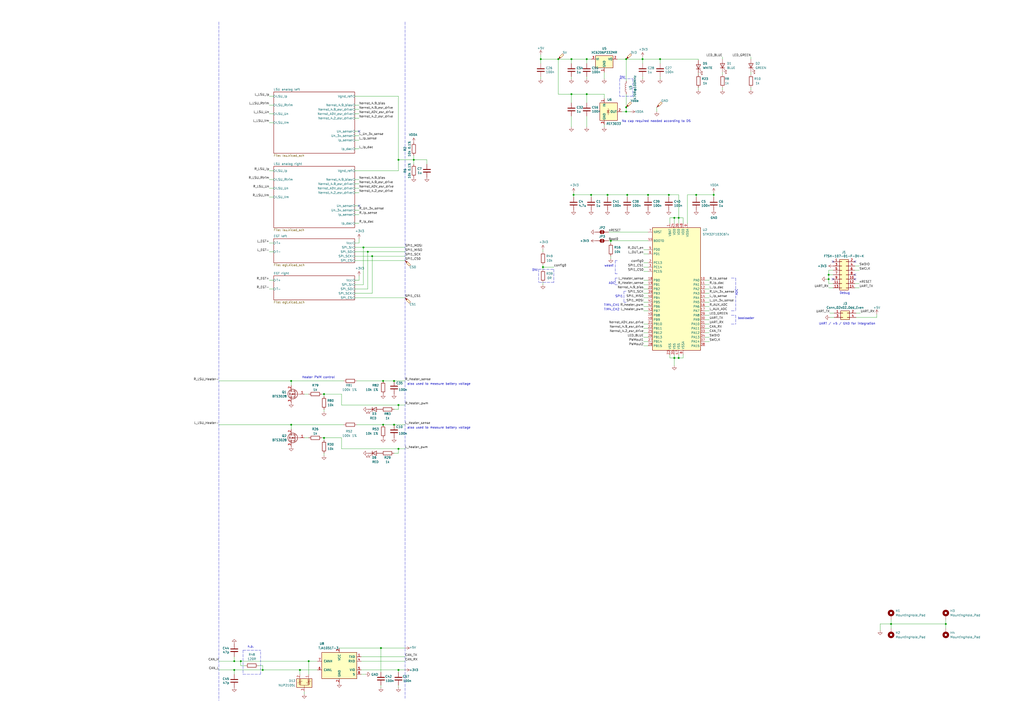
<source format=kicad_sch>
(kicad_sch (version 20211123) (generator eeschema)
  (paper "A2")
  (junction (at 314.96 154.94))
  (junction (at 222.25 246.38))
  (junction (at 414.02 113.03))
  (junction (at 213.36 146.05))
  (junction (at 363.855 113.03))
  (junction (at 139.7 383.54))
  (junction (at 352.425 113.03))
  (junction (at 323.85 34.29))
  (junction (at 168.91 246.38))
  (junction (at 342.9 113.03))
  (junction (at 231.14 388.62))
  (junction (at 516.89 361.95))
  (junction (at 231.14 260.35))
  (junction (at 228.6 220.98))
  (junction (at 372.745 34.29))
  (junction (at 403.86 113.03))
  (junction (at 331.47 54.61))
  (junction (at 135.89 383.54))
  (junction (at 480.695 159.385))
  (junction (at 391.16 207.645))
  (junction (at 363.22 64.77))
  (junction (at 222.25 220.98))
  (junction (at 231.14 92.71))
  (junction (at 391.16 126.365))
  (junction (at 548.64 361.95))
  (junction (at 340.36 54.61))
  (junction (at 354.33 139.7))
  (junction (at 210.82 143.51))
  (junction (at 173.99 388.62))
  (junction (at 332.74 113.03))
  (junction (at 393.7 126.365))
  (junction (at 220.98 375.92))
  (junction (at 152.4 388.62))
  (junction (at 135.89 388.62))
  (junction (at 363.22 34.29))
  (junction (at 363.22 62.23))
  (junction (at 187.96 254))
  (junction (at 231.14 234.95))
  (junction (at 393.7 207.645))
  (junction (at 331.47 34.29))
  (junction (at 168.91 220.98))
  (junction (at 215.9 148.59))
  (junction (at 382.905 34.29))
  (junction (at 240.03 92.71))
  (junction (at 179.07 383.54))
  (junction (at 387.985 113.03))
  (junction (at 313.69 34.29))
  (junction (at 187.96 228.6))
  (junction (at 340.36 34.29))
  (junction (at 480.695 161.925))
  (junction (at 375.92 113.03))
  (junction (at 228.6 246.38))
  (no_connect (at 495.935 161.925))
  (no_connect (at 483.235 161.925))
  (no_connect (at 483.235 151.765))
  (no_connect (at 495.935 151.765))
  (no_connect (at 208.28 76.2))
  (no_connect (at 208.28 119.38))
  (no_connect (at 495.935 159.385))
  (wire (pts (xy 391.16 207.645) (xy 391.16 205.74)))
  (wire (pts (xy 205.74 66.04) (xy 208.28 66.04)))
  (wire (pts (xy 382.905 34.29) (xy 382.905 36.83)))
  (wire (pts (xy 373.38 154.94) (xy 375.92 154.94)))
  (wire (pts (xy 332.74 111.76) (xy 332.74 113.03)))
  (wire (pts (xy 209.55 391.16) (xy 212.09 391.16)))
  (wire (pts (xy 403.86 114.3) (xy 403.86 113.03)))
  (wire (pts (xy 331.47 73.66) (xy 331.47 67.31)))
  (polyline (pts (xy 234.95 12.7) (xy 234.95 405.13)))
  (wire (pts (xy 209.55 383.54) (xy 234.95 383.54)))
  (polyline (pts (xy 356.87 162.56) (xy 356.87 161.29)))
  (wire (pts (xy 516.89 361.95) (xy 516.89 364.49)))
  (wire (pts (xy 234.95 381) (xy 209.55 381)))
  (wire (pts (xy 205.74 162.56) (xy 208.28 162.56)))
  (wire (pts (xy 408.94 165.1) (xy 411.48 165.1)))
  (wire (pts (xy 388.62 129.54) (xy 388.62 126.365)))
  (wire (pts (xy 198.12 234.95) (xy 198.12 228.6)))
  (wire (pts (xy 207.01 246.38) (xy 222.25 246.38)))
  (wire (pts (xy 231.14 388.62) (xy 234.95 388.62)))
  (wire (pts (xy 435.61 52.07) (xy 435.61 50.8)))
  (wire (pts (xy 363.855 113.03) (xy 375.92 113.03)))
  (wire (pts (xy 387.985 113.03) (xy 387.985 114.3)))
  (wire (pts (xy 405.13 50.8) (xy 405.13 52.07)))
  (polyline (pts (xy 151.13 391.16) (xy 151.13 377.19)))
  (wire (pts (xy 205.74 63.5) (xy 208.28 63.5)))
  (wire (pts (xy 231.14 397.51) (xy 231.14 398.78)))
  (wire (pts (xy 508.635 184.15) (xy 508.635 182.245)))
  (wire (pts (xy 363.855 113.03) (xy 363.855 114.3)))
  (wire (pts (xy 156.21 167.64) (xy 158.75 167.64)))
  (wire (pts (xy 375.92 172.72) (xy 373.38 172.72)))
  (wire (pts (xy 205.74 172.72) (xy 234.95 172.72)))
  (polyline (pts (xy 367.03 45.72) (xy 367.03 55.88)))
  (wire (pts (xy 187.96 238.76) (xy 187.96 237.49)))
  (wire (pts (xy 156.21 109.22) (xy 158.75 109.22)))
  (wire (pts (xy 479.425 161.925) (xy 480.695 161.925)))
  (polyline (pts (xy 356.87 158.75) (xy 358.14 158.75)))
  (wire (pts (xy 373.38 157.48) (xy 375.92 157.48)))
  (wire (pts (xy 314.96 144.78) (xy 314.96 146.05)))
  (wire (pts (xy 408.94 167.64) (xy 411.48 167.64)))
  (wire (pts (xy 408.94 193.04) (xy 411.48 193.04)))
  (wire (pts (xy 168.91 246.38) (xy 199.39 246.38)))
  (wire (pts (xy 435.61 43.18) (xy 435.61 41.91)))
  (wire (pts (xy 354.33 149.86) (xy 354.33 148.59)))
  (wire (pts (xy 314.96 156.21) (xy 314.96 154.94)))
  (wire (pts (xy 498.475 156.845) (xy 495.935 156.845)))
  (wire (pts (xy 168.91 220.98) (xy 168.91 223.52)))
  (polyline (pts (xy 127 12.7) (xy 127 406.4)))
  (wire (pts (xy 139.7 383.54) (xy 179.07 383.54)))
  (wire (pts (xy 373.38 190.5) (xy 375.92 190.5)))
  (wire (pts (xy 179.07 383.54) (xy 184.15 383.54)))
  (wire (pts (xy 222.25 246.38) (xy 228.6 246.38)))
  (wire (pts (xy 205.74 81.28) (xy 208.28 81.28)))
  (polyline (pts (xy 356.87 165.1) (xy 358.14 165.1)))
  (wire (pts (xy 156.21 114.3) (xy 158.75 114.3)))
  (wire (pts (xy 408.94 195.58) (xy 411.48 195.58)))
  (wire (pts (xy 373.38 180.34) (xy 375.92 180.34)))
  (wire (pts (xy 372.745 45.72) (xy 372.745 44.45)))
  (wire (pts (xy 205.74 148.59) (xy 215.9 148.59)))
  (wire (pts (xy 398.78 113.03) (xy 398.78 129.54)))
  (wire (pts (xy 340.36 54.61) (xy 340.36 59.69)))
  (wire (pts (xy 323.85 54.61) (xy 323.85 34.29)))
  (wire (pts (xy 156.21 55.88) (xy 158.75 55.88)))
  (wire (pts (xy 208.28 162.56) (xy 208.28 160.02)))
  (wire (pts (xy 363.22 54.61) (xy 363.22 62.23)))
  (wire (pts (xy 414.02 111.76) (xy 414.02 113.03)))
  (wire (pts (xy 205.74 106.68) (xy 208.28 106.68)))
  (wire (pts (xy 391.16 212.09) (xy 391.16 207.645)))
  (wire (pts (xy 186.69 254) (xy 187.96 254)))
  (wire (pts (xy 210.82 143.51) (xy 234.95 143.51)))
  (wire (pts (xy 205.74 146.05) (xy 213.36 146.05)))
  (wire (pts (xy 231.14 92.71) (xy 231.14 55.88)))
  (wire (pts (xy 373.38 200.66) (xy 375.92 200.66)))
  (wire (pts (xy 408.94 182.88) (xy 411.48 182.88)))
  (wire (pts (xy 231.14 237.49) (xy 231.14 234.95)))
  (wire (pts (xy 314.96 153.67) (xy 314.96 154.94)))
  (wire (pts (xy 205.74 124.46) (xy 208.28 124.46)))
  (polyline (pts (xy 356.87 161.29) (xy 358.14 161.29)))
  (wire (pts (xy 314.96 163.83) (xy 314.96 165.1)))
  (wire (pts (xy 375.92 113.03) (xy 387.985 113.03)))
  (wire (pts (xy 396.24 205.74) (xy 396.24 207.645)))
  (wire (pts (xy 360.68 64.77) (xy 363.22 64.77)))
  (polyline (pts (xy 140.97 391.16) (xy 151.13 391.16)))
  (polyline (pts (xy 363.22 168.91) (xy 361.95 168.91)))
  (wire (pts (xy 176.53 254) (xy 179.07 254)))
  (wire (pts (xy 391.16 129.54) (xy 391.16 126.365)))
  (polyline (pts (xy 424.18 187.96) (xy 426.72 187.96)))
  (polyline (pts (xy 356.87 162.56) (xy 356.87 165.1)))
  (wire (pts (xy 342.9 113.03) (xy 352.425 113.03)))
  (wire (pts (xy 205.74 121.92) (xy 208.28 121.92)))
  (wire (pts (xy 187.96 228.6) (xy 187.96 229.87)))
  (wire (pts (xy 156.21 146.05) (xy 158.75 146.05)))
  (wire (pts (xy 156.21 60.96) (xy 158.75 60.96)))
  (wire (pts (xy 331.47 34.29) (xy 331.47 36.83)))
  (wire (pts (xy 205.74 151.13) (xy 234.95 151.13)))
  (wire (pts (xy 231.14 234.95) (xy 234.95 234.95)))
  (wire (pts (xy 372.745 34.29) (xy 382.905 34.29)))
  (wire (pts (xy 198.12 260.35) (xy 198.12 254)))
  (polyline (pts (xy 361.95 168.91) (xy 361.95 175.26)))
  (wire (pts (xy 373.38 147.32) (xy 375.92 147.32)))
  (wire (pts (xy 363.22 64.77) (xy 365.76 64.77)))
  (wire (pts (xy 213.36 146.05) (xy 234.95 146.05)))
  (wire (pts (xy 408.94 177.8) (xy 411.48 177.8)))
  (wire (pts (xy 205.74 55.88) (xy 231.14 55.88)))
  (wire (pts (xy 205.74 68.58) (xy 208.28 68.58)))
  (wire (pts (xy 373.38 175.26) (xy 375.92 175.26)))
  (wire (pts (xy 176.53 401.32) (xy 176.53 402.59)))
  (wire (pts (xy 198.12 228.6) (xy 187.96 228.6)))
  (wire (pts (xy 548.64 361.95) (xy 548.64 364.49)))
  (wire (pts (xy 205.74 99.06) (xy 231.14 99.06)))
  (wire (pts (xy 187.96 254) (xy 187.96 255.27)))
  (wire (pts (xy 156.21 104.14) (xy 158.75 104.14)))
  (wire (pts (xy 396.24 207.645) (xy 393.7 207.645)))
  (wire (pts (xy 152.4 386.08) (xy 152.4 388.62)))
  (polyline (pts (xy 140.97 377.19) (xy 140.97 391.16)))
  (wire (pts (xy 205.74 86.36) (xy 208.28 86.36)))
  (wire (pts (xy 363.22 62.23) (xy 363.22 64.77)))
  (wire (pts (xy 331.47 54.61) (xy 340.36 54.61)))
  (wire (pts (xy 331.47 54.61) (xy 331.47 59.69)))
  (wire (pts (xy 213.36 167.64) (xy 213.36 146.05)))
  (polyline (pts (xy 426.72 182.88) (xy 426.72 187.96)))
  (wire (pts (xy 205.74 119.38) (xy 208.28 119.38)))
  (wire (pts (xy 313.69 31.75) (xy 313.69 34.29)))
  (wire (pts (xy 403.86 113.03) (xy 398.78 113.03)))
  (wire (pts (xy 480.695 164.465) (xy 480.695 161.925)))
  (wire (pts (xy 350.52 73.66) (xy 350.52 72.39)))
  (wire (pts (xy 149.86 386.08) (xy 152.4 386.08)))
  (wire (pts (xy 231.14 260.35) (xy 234.95 260.35)))
  (wire (pts (xy 498.475 164.465) (xy 495.935 164.465)))
  (wire (pts (xy 205.74 170.18) (xy 215.9 170.18)))
  (wire (pts (xy 483.235 164.465) (xy 480.695 164.465)))
  (wire (pts (xy 156.21 99.06) (xy 158.75 99.06)))
  (polyline (pts (xy 359.41 45.72) (xy 359.41 55.88)))
  (wire (pts (xy 198.12 254) (xy 187.96 254)))
  (wire (pts (xy 127 220.98) (xy 168.91 220.98)))
  (wire (pts (xy 419.1 33.02) (xy 419.1 34.29)))
  (wire (pts (xy 208.28 140.97) (xy 208.28 138.43)))
  (wire (pts (xy 340.36 73.66) (xy 340.36 67.31)))
  (wire (pts (xy 156.21 162.56) (xy 158.75 162.56)))
  (wire (pts (xy 373.38 165.1) (xy 375.92 165.1)))
  (wire (pts (xy 387.985 113.03) (xy 393.7 113.03)))
  (wire (pts (xy 231.14 234.95) (xy 198.12 234.95)))
  (wire (pts (xy 342.9 113.03) (xy 342.9 114.3)))
  (polyline (pts (xy 358.14 151.13) (xy 356.87 151.13)))
  (wire (pts (xy 331.47 34.29) (xy 340.36 34.29)))
  (wire (pts (xy 350.52 45.72) (xy 350.52 41.91)))
  (wire (pts (xy 388.62 126.365) (xy 391.16 126.365)))
  (wire (pts (xy 332.74 113.03) (xy 332.74 114.3)))
  (wire (pts (xy 393.7 207.645) (xy 391.16 207.645)))
  (wire (pts (xy 375.92 134.62) (xy 353.06 134.62)))
  (wire (pts (xy 168.91 246.38) (xy 168.91 248.92)))
  (wire (pts (xy 393.7 126.365) (xy 396.24 126.365)))
  (wire (pts (xy 313.69 34.29) (xy 313.69 36.83)))
  (wire (pts (xy 411.48 185.42) (xy 408.94 185.42)))
  (wire (pts (xy 135.89 388.62) (xy 135.89 391.16)))
  (wire (pts (xy 127 383.54) (xy 135.89 383.54)))
  (polyline (pts (xy 356.87 151.13) (xy 356.87 158.75)))
  (wire (pts (xy 516.89 361.95) (xy 548.64 361.95)))
  (wire (pts (xy 313.69 34.29) (xy 323.85 34.29)))
  (wire (pts (xy 373.38 193.04) (xy 375.92 193.04)))
  (wire (pts (xy 388.62 207.645) (xy 391.16 207.645)))
  (wire (pts (xy 173.99 388.62) (xy 184.15 388.62)))
  (wire (pts (xy 375.92 113.03) (xy 375.92 114.3)))
  (wire (pts (xy 247.65 92.71) (xy 240.03 92.71)))
  (wire (pts (xy 381 62.23) (xy 381 64.77)))
  (wire (pts (xy 332.74 113.03) (xy 342.9 113.03)))
  (wire (pts (xy 411.48 198.12) (xy 408.94 198.12)))
  (wire (pts (xy 350.52 54.61) (xy 350.52 57.15)))
  (wire (pts (xy 205.74 165.1) (xy 210.82 165.1)))
  (wire (pts (xy 408.94 162.56) (xy 411.48 162.56)))
  (wire (pts (xy 352.425 113.03) (xy 352.425 114.3)))
  (wire (pts (xy 127 246.38) (xy 168.91 246.38)))
  (wire (pts (xy 231.14 92.71) (xy 240.03 92.71)))
  (wire (pts (xy 373.38 177.8) (xy 375.92 177.8)))
  (wire (pts (xy 222.25 220.98) (xy 228.6 220.98)))
  (wire (pts (xy 231.14 237.49) (xy 228.6 237.49)))
  (wire (pts (xy 179.07 383.54) (xy 179.07 391.16)))
  (wire (pts (xy 314.96 154.94) (xy 321.31 154.94)))
  (wire (pts (xy 403.86 113.03) (xy 414.02 113.03)))
  (wire (pts (xy 205.74 111.76) (xy 208.28 111.76)))
  (wire (pts (xy 352.425 113.03) (xy 363.855 113.03)))
  (polyline (pts (xy 140.97 377.19) (xy 151.13 377.19)))
  (wire (pts (xy 340.36 34.29) (xy 340.36 36.83)))
  (polyline (pts (xy 359.41 45.72) (xy 367.03 45.72)))
  (wire (pts (xy 205.74 129.54) (xy 208.28 129.54)))
  (wire (pts (xy 373.38 167.64) (xy 375.92 167.64)))
  (wire (pts (xy 408.94 190.5) (xy 411.48 190.5)))
  (wire (pts (xy 231.14 262.89) (xy 231.14 260.35)))
  (wire (pts (xy 156.21 66.04) (xy 158.75 66.04)))
  (wire (pts (xy 220.98 397.51) (xy 220.98 398.78)))
  (wire (pts (xy 215.9 148.59) (xy 234.95 148.59)))
  (wire (pts (xy 234.95 375.92) (xy 220.98 375.92)))
  (wire (pts (xy 480.695 161.925) (xy 480.695 159.385)))
  (wire (pts (xy 231.14 99.06) (xy 231.14 92.71)))
  (wire (pts (xy 373.38 162.56) (xy 375.92 162.56)))
  (wire (pts (xy 408.94 175.26) (xy 411.48 175.26)))
  (wire (pts (xy 495.935 154.305) (xy 498.475 154.305)))
  (wire (pts (xy 393.7 205.74) (xy 393.7 207.645)))
  (wire (pts (xy 405.13 34.29) (xy 405.13 34.925)))
  (wire (pts (xy 313.69 45.72) (xy 313.69 44.45)))
  (wire (pts (xy 373.38 144.78) (xy 375.92 144.78)))
  (wire (pts (xy 331.47 44.45) (xy 331.47 45.72)))
  (wire (pts (xy 373.38 187.96) (xy 375.92 187.96)))
  (wire (pts (xy 363.22 34.29) (xy 363.22 46.99)))
  (wire (pts (xy 393.7 126.365) (xy 393.7 129.54)))
  (wire (pts (xy 480.695 156.845) (xy 483.235 156.845)))
  (wire (pts (xy 375.92 170.18) (xy 373.38 170.18)))
  (wire (pts (xy 396.24 129.54) (xy 396.24 126.365)))
  (wire (pts (xy 215.9 170.18) (xy 215.9 148.59)))
  (wire (pts (xy 168.91 220.98) (xy 199.39 220.98)))
  (wire (pts (xy 414.02 113.03) (xy 414.02 114.3)))
  (wire (pts (xy 231.14 388.62) (xy 231.14 389.89)))
  (wire (pts (xy 353.06 139.7) (xy 354.33 139.7)))
  (polyline (pts (xy 312.42 156.21) (xy 321.31 156.21)))
  (wire (pts (xy 358.14 34.29) (xy 363.22 34.29)))
  (wire (pts (xy 419.1 43.18) (xy 419.1 41.91)))
  (wire (pts (xy 135.89 381) (xy 135.89 383.54)))
  (wire (pts (xy 499.11 181.61) (xy 496.57 181.61)))
  (wire (pts (xy 419.1 52.07) (xy 419.1 50.8)))
  (wire (pts (xy 186.69 228.6) (xy 187.96 228.6)))
  (wire (pts (xy 173.99 388.62) (xy 173.99 391.16)))
  (wire (pts (xy 135.89 388.62) (xy 152.4 388.62)))
  (wire (pts (xy 176.53 228.6) (xy 179.07 228.6)))
  (wire (pts (xy 205.74 109.22) (xy 208.28 109.22)))
  (wire (pts (xy 372.745 34.29) (xy 372.745 36.83)))
  (polyline (pts (xy 424.18 180.34) (xy 426.72 180.34)))
  (wire (pts (xy 382.905 45.72) (xy 382.905 44.45)))
  (wire (pts (xy 340.36 54.61) (xy 350.52 54.61)))
  (wire (pts (xy 152.4 388.62) (xy 173.99 388.62)))
  (wire (pts (xy 207.01 220.98) (xy 222.25 220.98)))
  (wire (pts (xy 323.85 34.29) (xy 331.47 34.29)))
  (polyline (pts (xy 367.03 55.88) (xy 359.41 55.88)))
  (wire (pts (xy 240.03 90.17) (xy 240.03 92.71)))
  (wire (pts (xy 483.235 167.005) (xy 480.695 167.005)))
  (wire (pts (xy 205.74 76.2) (xy 208.28 76.2)))
  (wire (pts (xy 510.54 365.76) (xy 510.54 361.95)))
  (wire (pts (xy 483.87 184.15) (xy 481.33 184.15)))
  (wire (pts (xy 388.62 205.74) (xy 388.62 207.645)))
  (wire (pts (xy 408.94 170.18) (xy 411.48 170.18)))
  (wire (pts (xy 411.48 180.34) (xy 408.94 180.34)))
  (wire (pts (xy 391.16 126.365) (xy 393.7 126.365)))
  (wire (pts (xy 393.7 113.03) (xy 393.7 126.365)))
  (wire (pts (xy 135.89 383.54) (xy 139.7 383.54)))
  (wire (pts (xy 354.33 140.97) (xy 354.33 139.7)))
  (wire (pts (xy 156.21 140.97) (xy 158.75 140.97)))
  (wire (pts (xy 220.98 375.92) (xy 220.98 389.89)))
  (wire (pts (xy 139.7 383.54) (xy 139.7 386.08)))
  (wire (pts (xy 247.65 95.25) (xy 247.65 92.71)))
  (wire (pts (xy 483.235 159.385) (xy 480.695 159.385)))
  (wire (pts (xy 340.36 45.72) (xy 340.36 44.45)))
  (wire (pts (xy 205.74 167.64) (xy 213.36 167.64)))
  (wire (pts (xy 205.74 140.97) (xy 208.28 140.97)))
  (wire (pts (xy 510.54 361.95) (xy 516.89 361.95)))
  (wire (pts (xy 228.6 246.38) (xy 234.95 246.38)))
  (wire (pts (xy 405.13 43.18) (xy 405.13 42.545)))
  (wire (pts (xy 354.33 139.7) (xy 375.92 139.7)))
  (wire (pts (xy 205.74 60.96) (xy 208.28 60.96)))
  (wire (pts (xy 210.82 165.1) (xy 210.82 143.51)))
  (polyline (pts (xy 321.31 156.21) (xy 321.31 163.83)))
  (wire (pts (xy 373.38 152.4) (xy 375.92 152.4)))
  (wire (pts (xy 240.03 92.71) (xy 240.03 95.25)))
  (wire (pts (xy 331.47 54.61) (xy 323.85 54.61)))
  (wire (pts (xy 209.55 388.62) (xy 231.14 388.62)))
  (polyline (pts (xy 426.72 161.29) (xy 426.72 167.64)))
  (wire (pts (xy 340.36 34.29) (xy 342.9 34.29)))
  (wire (pts (xy 220.98 375.92) (xy 196.85 375.92)))
  (polyline (pts (xy 321.31 163.83) (xy 312.42 163.83)))
  (polyline (pts (xy 312.42 156.21) (xy 312.42 163.83)))
  (wire (pts (xy 205.74 143.51) (xy 210.82 143.51)))
  (polyline (pts (xy 424.18 182.88) (xy 426.72 182.88)))
  (wire (pts (xy 498.475 167.005) (xy 495.935 167.005)))
  (wire (pts (xy 231.14 260.35) (xy 198.12 260.35)))
  (wire (pts (xy 516.89 359.41) (xy 516.89 361.95)))
  (wire (pts (xy 142.24 386.08) (xy 139.7 386.08)))
  (wire (pts (xy 480.695 159.385) (xy 480.695 156.845)))
  (wire (pts (xy 373.38 198.12) (xy 375.92 198.12)))
  (wire (pts (xy 187.96 264.16) (xy 187.96 262.89)))
  (wire (pts (xy 205.74 78.74) (xy 208.28 78.74)))
  (wire (pts (xy 127 388.62) (xy 135.89 388.62)))
  (wire (pts (xy 375.92 195.58) (xy 373.38 195.58)))
  (wire (pts (xy 408.94 187.96) (xy 411.48 187.96)))
  (wire (pts (xy 408.94 172.72) (xy 411.48 172.72)))
  (polyline (pts (xy 361.95 175.26) (xy 363.22 175.26)))
  (wire (pts (xy 435.61 33.02) (xy 435.61 34.29)))
  (wire (pts (xy 548.64 359.41) (xy 548.64 361.95)))
  (wire (pts (xy 372.745 33.02) (xy 372.745 34.29)))
  (wire (pts (xy 363.22 34.29) (xy 372.745 34.29)))
  (wire (pts (xy 205.74 104.14) (xy 208.28 104.14)))
  (wire (pts (xy 156.21 71.12) (xy 158.75 71.12)))
  (wire (pts (xy 228.6 220.98) (xy 234.95 220.98)))
  (polyline (pts (xy 426.72 171.45) (xy 426.72 180.34)))
  (wire (pts (xy 231.14 262.89) (xy 228.6 262.89)))
  (wire (pts (xy 496.57 184.15) (xy 508.635 184.15)))
  (wire (pts (xy 382.905 34.29) (xy 405.13 34.29)))
  (wire (pts (xy 481.33 181.61) (xy 483.87 181.61)))
  (polyline (pts (xy 424.18 161.29) (xy 426.72 161.29)))
  (text "No cap required needed according to DS" (at 360.68 71.12 0) (effects (font (size 1.27 1.27)) (justify left bottom)))
  (text "weak!" (at 350.52 154.94 0) (effects (font (size 1.27 1.27)) (justify left bottom)))
  (text "DNI" (at 308.61 157.48 0) (effects (font (size 1.27 1.27)) (justify left bottom)))
  (text "SPI1" (at 356.87 172.72 0) (effects (font (size 1.27 1.27)) (justify left bottom)))
  (text "booloader" (at 427.99 185.42 0) (effects (font (size 1.27 1.27)) (justify left bottom)))
  (text "DNI" (at 359.41 45.72 0) (effects (font (size 1.27 1.27)) (justify left bottom)))
  (text "Debug" (at 487.045 170.815 0) (effects (font (size 1.27 1.27)) (justify left bottom)))
  (text "n.p." (at 143.51 375.92 0) (effects (font (size 1.27 1.27)) (justify left bottom)))
  (text "Heater PWM control" (at 194.31 219.71 180) (effects (font (size 1.27 1.27)) (justify right bottom)))
  (text "TIM4_CH2" (at 359.41 180.34 180) (effects (font (size 1.27 1.27)) (justify right bottom)))
  (text "ADC" (at 427.99 167.64 270) (effects (font (size 1.27 1.27)) (justify right bottom)))
  (text "also used to measure battery voltage" (at 236.22 248.92 0) (effects (font (size 1.27 1.27)) (justify left bottom)))
  (text "ADC" (at 353.06 165.1 0) (effects (font (size 1.27 1.27)) (justify left bottom)))
  (text "UART / +5 / GND for integration" (at 474.98 188.595 0) (effects (font (size 1.27 1.27)) (justify left bottom)))
  (text "also used to measure battery voltage" (at 236.22 223.52 0) (effects (font (size 1.27 1.27)) (justify left bottom)))
  (text "TIM4_CH1" (at 359.41 177.8 180) (effects (font (size 1.27 1.27)) (justify right bottom)))
  (label "L_Un_3x_sense" (at 411.48 175.26 0))
  (label "SPI1_MISO" (at 373.38 172.72 180))
  (label "R_heater_pwm" (at 234.95 234.95 0))
  (label "Nernst_ADV_esr_drive" (at 373.38 187.96 180))
  (label "Nernst_4.2_esr_drive" (at 208.28 111.76 0))
  (label "SWCLK" (at 498.475 156.845 0))
  (label "R_LSU_Ip" (at 156.21 99.06 180))
  (label "R_Heater_sense" (at 373.38 165.1 180))
  (label "R_LSU_Rtrim" (at 156.21 104.14 180))
  (label "L_Heater_sense" (at 373.38 162.56 180))
  (label "L_Ip_dac" (at 411.48 167.64 0))
  (label "R_EGT+" (at 156.21 162.56 180))
  (label "PWMout2" (at 373.38 200.66 180))
  (label "PWMout1" (at 373.38 198.12 180))
  (label "L_LSU_Un" (at 156.21 66.04 180))
  (label "R_Heater_sense" (at 234.95 220.98 0))
  (label "SWDIO" (at 498.475 154.305 0))
  (label "R_Un_3x_sense" (at 411.48 170.18 0))
  (label "R_Ip_dac" (at 411.48 165.1 0))
  (label "UART_RX" (at 411.48 187.96 0))
  (label "UART_TX" (at 411.48 185.42 0))
  (label "SPI1_MISO" (at 234.95 146.05 0))
  (label "LED_GREEN" (at 411.48 182.88 0))
  (label "R_heater_pwm" (at 373.38 177.8 180))
  (label "L_LSU_Rtrim" (at 156.21 60.96 180))
  (label "L_AUX_ADC" (at 411.48 180.34 0))
  (label "UART_TX" (at 481.33 181.61 180))
  (label "R_LSU_Vm" (at 156.21 114.3 180))
  (label "CAN_TX" (at 234.95 381 0))
  (label "L_OUT_en" (at 373.38 147.32 180))
  (label "SPI1_SCK" (at 234.95 148.59 0))
  (label "R_LSU_Heater-" (at 127 220.98 180))
  (label "config0" (at 373.38 152.4 180))
  (label "R_LSU_Un" (at 156.21 109.22 180))
  (label "UART_RX" (at 499.11 181.61 0))
  (label "L_Heater_sense" (at 234.95 246.38 0))
  (label "SPI1_MOSI" (at 234.95 143.51 0))
  (label "SWDIO" (at 411.48 195.58 0))
  (label "R_Ip_sense" (at 208.28 124.46 0))
  (label "L_Ip_sense" (at 411.48 172.72 0))
  (label "config0" (at 321.31 154.94 0))
  (label "R_Ip_sense" (at 411.48 162.56 0))
  (label "L_LSU_Vm" (at 156.21 71.12 180))
  (label "CAN_RX" (at 411.48 190.5 0))
  (label "L_Ip_sense" (at 208.28 81.28 0))
  (label "L_EGT-" (at 156.21 146.05 180))
  (label "Nernst_4.9_bias" (at 208.28 60.96 0))
  (label "LED_BLUE" (at 373.38 195.58 180))
  (label "SPI1_CS1" (at 234.95 172.72 0))
  (label "CAN_RX" (at 234.95 383.54 0))
  (label "R_Ip_dac" (at 208.28 129.54 0))
  (label "R_Un_3x_sense" (at 208.28 121.92 0))
  (label "L_Un_3x_sense" (at 208.28 78.74 0))
  (label "nRESET" (at 498.475 164.465 0))
  (label "Nernst_4.9_esr_drive" (at 208.28 63.5 0))
  (label "SPI1_CS1" (at 373.38 154.94 180))
  (label "L_EGT+" (at 156.21 140.97 180))
  (label "Nernst_4.9_bias" (at 373.38 167.64 180))
  (label "UART_RX" (at 480.695 167.005 180))
  (label "SPI1_CS0" (at 234.95 151.13 0))
  (label "CAN_H" (at 127 383.54 180))
  (label "L_heater_pwm" (at 373.38 180.34 180))
  (label "SPI1_CS0" (at 373.38 157.48 180))
  (label "Nernst_4.9_esr_drive" (at 208.28 106.68 0))
  (label "L_Ip_dac" (at 208.28 86.36 0))
  (label "LED_GREEN" (at 435.61 33.02 180))
  (label "Nernst_4.2_esr_drive" (at 373.38 193.04 180))
  (label "Nernst_ADV_esr_drive" (at 208.28 66.04 0))
  (label "R_OUT_en" (at 373.38 144.78 180))
  (label "R_AUX_ADC" (at 411.48 177.8 0))
  (label "CAN_TX" (at 411.48 193.04 0))
  (label "Nernst_4.2_esr_drive" (at 208.28 68.58 0))
  (label "Nernst_ADV_esr_drive" (at 208.28 109.22 0))
  (label "nRESET" (at 353.06 134.62 0))
  (label "Nernst_4.9_bias" (at 208.28 104.14 0))
  (label "Nernst_4.9_esr_drive" (at 373.38 190.5 180))
  (label "SPI1_MOSI" (at 373.38 175.26 180))
  (label "UART_TX" (at 498.475 167.005 0))
  (label "L_LSU_Heater-" (at 127 246.38 180))
  (label "CAN_L" (at 127 388.62 180))
  (label "L_LSU_Ip" (at 156.21 55.88 180))
  (label "R_EGT-" (at 156.21 167.64 180))
  (label "LED_BLUE" (at 419.1 33.02 180))
  (label "L_heater_pwm" (at 234.95 260.35 0))
  (label "SWCLK" (at 411.48 198.12 0))
  (label "SPI1_SCK" (at 373.38 170.18 180))
  (label "Boot0" (at 353.06 139.7 0))
  (symbol (lib_name "GND_37") (lib_id "power:GND") (at 240.03 102.87 0) (mirror y) (unit 1)
    (property "Reference" "#PWR018" (effects hide))
    (property "Value" "GND" (effects hide))
  )
  (symbol (lib_id "Device:C") (at 247.65 99.06 0) (mirror y) (unit 1)
    (property "Reference" "C7" (at 244.729 97.8916 0) (effects (justify left)))
    (property "Value" "1u" (at 244.729 100.203 0) (effects (justify left)))
    (property "Footprint" "Capacitor_SMD:C_0402_1005Metric" (effects hide))
    (property "LCSC" "C52923" (effects hide))
  )
  (symbol (lib_name "GND_38") (lib_id "power:GND") (at 247.65 102.87 0) (mirror y) (unit 1)
    (property "Reference" "#PWR017" (effects hide))
    (property "Value" "GND" (effects hide))
  )
  (symbol (lib_id "Device:R") (at 419.1 46.99 180) (unit 1)
    (property "Reference" "R8" (at 421.64 45.72 0))
    (property "Value" "1k" (at 421.64 48.26 0))
    (property "Footprint" "Resistor_SMD:R_0402_1005Metric" (effects hide))
    (property "LCSC" "C11702" (effects hide))
  )
  (symbol (lib_name "GND_56") (lib_id "power:GND") (at 419.1 52.07 0) (unit 1)
    (property "Reference" "#PWR020" (effects hide))
    (property "Value" "GND" (effects hide))
  )
  (symbol (lib_name "GND_72") (lib_id "power:GND") (at 391.16 212.09 0) (unit 1)
    (property "Reference" "#PWR038" (effects hide))
    (property "Value" "GND" (effects hide))
  )
  (symbol (lib_name "GND_73") (lib_id "power:GND") (at 479.425 161.925 270) (unit 1)
    (property "Reference" "#PWR015" (effects hide))
    (property "Value" "GND" (effects hide))
  )
  (symbol (lib_name "+3.3V_4") (lib_id "power:+3.3V") (at 332.74 111.76 0) (unit 1)
    (property "Reference" "#PWR014" (effects hide))
    (property "Value" "+3.3V" (at 333.121 107.3658 0))
  )
  (symbol (lib_name "GND_64") (lib_id "power:GND") (at 403.86 121.92 0) (unit 1)
    (property "Reference" "#PWR012" (effects hide))
    (property "Value" "GND" (effects hide))
  )
  (symbol (lib_name "GND_65") (lib_id "power:GND") (at 414.02 121.92 0) (unit 1)
    (property "Reference" "#PWR013" (effects hide))
    (property "Value" "GND" (at 414.147 126.3142 0))
  )
  (symbol (lib_id "Device:LED") (at 419.1 38.1 90) (unit 1)
    (property "Reference" "D1" (at 421.64 36.83 90) (effects (justify right)))
    (property "Value" "BLUE" (at 421.64 39.37 90) (effects (justify right)))
    (property "Footprint" "LED_SMD:LED_0603_1608Metric" (effects hide))
    (property "LCSC" "C72041" (effects hide))
  )
  (symbol (lib_id "Connector_Generic:Conn_02x07_Odd_Even") (at 488.315 159.385 0) (unit 1) (in_bom no)
    (property "Reference" "J1" (at 489.585 146.2532 0))
    (property "Value" "FTSH-107-01-F-DV-K" (at 489.585 148.5646 0))
    (property "Footprint" "Connector_PinHeader_1.27mm:PinHeader_2x07_P1.27mm_Vertical_SMD" (effects hide))
  )
  (symbol (lib_id "Device:R") (at 187.96 259.08 0) (mirror x) (unit 1)
    (property "Reference" "R30" (at 191.77 257.81 0))
    (property "Value" "10k" (at 191.77 260.35 0))
    (property "Footprint" "Resistor_SMD:R_0402_1005Metric" (effects hide))
    (property "LCSC" "C11702" (effects hide))
  )
  (symbol (lib_name "GND_28") (lib_id "power:GND") (at 187.96 264.16 0) (mirror y) (unit 1)
    (property "Reference" "#PWR072" (effects hide))
    (property "Value" "GND" (effects hide))
  )
  (symbol (lib_name "GND_29") (lib_id "power:GND") (at 168.91 259.08 0) (mirror y) (unit 1)
    (property "Reference" "#PWR071" (effects hide))
    (property "Value" "GND" (effects hide))
  )
  (symbol (lib_name "+3.3V_5") (lib_id "power:+3.3V") (at 483.235 154.305 90) (unit 1)
    (property "Reference" "#PWR07" (effects hide))
    (property "Value" "+3.3V" (at 476.885 154.305 90))
  )
  (symbol (lib_id "Device:LED") (at 217.17 262.89 0) (unit 1)
    (property "Reference" "D8" (at 218.44 265.43 0) (effects (justify right)))
    (property "Value" "RED" (at 219.71 267.97 0) (effects (justify right)))
    (property "Footprint" "LED_SMD:LED_0603_1608Metric" (effects hide))
    (property "LCSC" "C2286" (effects hide))
  )
  (symbol (lib_name "GND_8") (lib_id "power:GND") (at 213.36 262.89 270) (unit 1)
    (property "Reference" "#PWR074" (effects hide))
    (property "Value" "GND" (effects hide))
  )
  (symbol (lib_id "Device:LED") (at 435.61 38.1 90) (unit 1)
    (property "Reference" "D2" (at 438.15 36.83 90) (effects (justify right)))
    (property "Value" "GREEN" (at 438.15 39.37 90) (effects (justify right)))
    (property "Footprint" "LED_SMD:LED_0603_1608Metric" (effects hide))
    (property "LCSC" "C72043" (effects hide))
  )
  (symbol (lib_name "GND_53") (lib_id "power:GND") (at 382.905 45.72 0) (unit 1)
    (property "Reference" "#PWR060" (effects hide))
    (property "Value" "GND" (effects hide))
  )
  (symbol (lib_name "+3.3V_3") (lib_id "power:+3.3V") (at 372.745 33.02 0) (unit 1)
    (property "Reference" "#PWR048" (effects hide))
    (property "Value" "+3.3V" (at 373.126 28.6258 0))
  )
  (symbol (lib_id "Device:LED") (at 405.13 38.735 90) (unit 1)
    (property "Reference" "D5" (at 407.67 36.83 90) (effects (justify right)))
    (property "Value" "WHITE" (at 407.67 39.37 90) (effects (justify right)))
    (property "Footprint" "LED_SMD:LED_0603_1608Metric" (effects hide))
    (property "LCSC" "C2290" (effects hide))
  )
  (symbol (lib_id "Device:R") (at 405.13 46.99 180) (unit 1)
    (property "Reference" "R23" (at 408.94 45.72 0))
    (property "Value" "1k" (at 408.94 48.26 0))
    (property "Footprint" "Resistor_SMD:R_0402_1005Metric" (effects hide))
    (property "LCSC" "C11702" (effects hide))
  )
  (symbol (lib_name "GND_54") (lib_id "power:GND") (at 405.13 52.07 0) (unit 1)
    (property "Reference" "#PWR065" (effects hide))
    (property "Value" "GND" (effects hide))
  )
  (symbol (lib_id "Device:C") (at 372.745 40.64 0) (unit 1)
    (property "Reference" "C28" (at 375.666 39.4716 0) (effects (justify left)))
    (property "Value" "1u" (at 375.666 41.783 0) (effects (justify left)))
    (property "Footprint" "Capacitor_SMD:C_0402_1005Metric" (effects hide))
    (property "LCSC" "C52923" (effects hide))
  )
  (symbol (lib_id "Device:C") (at 382.905 40.64 0) (unit 1)
    (property "Reference" "C27" (at 385.826 39.4716 0) (effects (justify left)))
    (property "Value" "100n" (at 385.826 41.783 0) (effects (justify left)))
    (property "Footprint" "Capacitor_SMD:C_0402_1005Metric" (effects hide))
    (property "LCSC" "C1525" (effects hide))
  )
  (symbol (lib_name "GND_52") (lib_id "power:GND") (at 372.745 45.72 0) (unit 1)
    (property "Reference" "#PWR061" (effects hide))
    (property "Value" "GND" (effects hide))
  )
  (symbol (lib_name "VDDA_2") (lib_id "power:VDDA") (at 365.76 64.77 270) (unit 1)
    (property "Reference" "#PWR066" (effects hide))
    (property "Value" "VDDA" (at 370.84 64.77 90))
  )
  (symbol (lib_id "Reference_Voltage:REF3033") (at 353.06 64.77 0) (unit 1)
    (property "Reference" "U6" (at 354.965 57.785 0) (effects (justify right)))
    (property "Value" "REF3033" (at 360.045 71.755 0) (effects (font italic) (justify right)))
    (property "Footprint" "Package_TO_SOT_SMD:SOT-23" (effects hide))
    (property "Datasheet" "http://www.ti.com/lit/ds/symlink/ref3033.pdf" (effects hide))
    (property "LCSC" "C36658" (effects hide))
  )
  (symbol (lib_name "GND_48") (lib_id "power:GND") (at 350.52 73.66 0) (unit 1)
    (property "Reference" "#PWR069" (effects hide))
    (property "Value" "GND" (effects hide))
  )
  (symbol (lib_name "GND_50") (lib_id "power:GND") (at 331.47 73.66 0) (unit 1)
    (property "Reference" "#PWR067" (effects hide))
    (property "Value" "GND" (effects hide))
  )
  (symbol (lib_id "Device:C") (at 313.69 40.64 0) (unit 1)
    (property "Reference" "C26" (at 316.611 39.4716 0) (effects (justify left)))
    (property "Value" "100n" (at 316.611 41.783 0) (effects (justify left)))
    (property "Footprint" "Capacitor_SMD:C_0402_1005Metric" (effects hide))
    (property "LCSC" "C1525" (effects hide))
  )
  (symbol (lib_name "GND_44") (lib_id "power:GND") (at 313.69 45.72 0) (unit 1)
    (property "Reference" "#PWR059" (effects hide))
    (property "Value" "GND" (effects hide))
  )
  (symbol (lib_name "+5V_4") (lib_id "power:+5V") (at 313.69 31.75 0) (unit 1)
    (property "Reference" "#PWR047" (effects hide))
    (property "Value" "+5V" (at 313.69 27.94 0))
  )
  (symbol (lib_id "Regulator_Linear:XC6206PxxxMR") (at 350.52 34.29 0) (unit 1)
    (property "Reference" "U5" (at 350.52 28.1432 0))
    (property "Value" "XC6206P332MR" (at 350.52 30.4546 0))
    (property "Footprint" "Package_TO_SOT_SMD:SOT-23" (effects hide))
    (property "Datasheet" "https://www.torexsemi.com/file/xc6206/XC6206.pdf" (effects hide))
    (property "LCSC" "C5446" (effects hide))
  )
  (symbol (lib_name "GND_47") (lib_id "power:GND") (at 350.52 45.72 0) (unit 1)
    (property "Reference" "#PWR051" (effects hide))
    (property "Value" "GND" (effects hide))
  )
  (symbol (lib_id "Connector_Generic:Conn_02x02_Odd_Even") (at 488.95 181.61 0) (unit 1) (in_bom no)
    (property "Reference" "J3" (at 490.22 176.0982 0))
    (property "Value" "Conn_02x02_Odd_Even" (at 490.22 178.4096 0))
    (property "Footprint" "Connector_PinHeader_2.54mm:PinHeader_2x02_P2.54mm_Vertical" (effects hide))
  )
  (symbol (lib_name "GND_69") (lib_id "power:GND") (at 481.33 184.15 270) (unit 1)
    (property "Reference" "#PWR044" (effects hide))
    (property "Value" "GND" (effects hide))
  )
  (symbol (lib_id "MCU_ST_STM32F1:STM32F103C6Tx") (at 393.7 167.64 0) (unit 1)
    (property "Reference" "U2" (at 408.94 133.35 0))
    (property "Value" "STM32F103C6Tx" (at 415.29 135.89 0))
    (property "Footprint" "Package_QFP:LQFP-48_7x7mm_P0.5mm" (effects hide))
    (property "Datasheet" "http://www.st.com/st-web-ui/static/active/en/resource/technical/document/datasheet/CD00210843.pdf" (effects hide))
  )
  (symbol (lib_id "Device:Q_NMOS_GDS") (at 171.45 254 0) (mirror y) (unit 1)
    (property "Reference" "Q2" (at 166.2684 252.8316 0) (effects (justify left)))
    (property "Value" "BTS3028" (at 166.37 255.27 0) (effects (justify left)))
    (property "Footprint" "Package_TO_SOT_SMD:TO-252-2" (effects hide))
    (property "LCSC" "C112639" (effects hide))
  )
  (symbol (lib_id "Device:R") (at 182.88 254 90) (mirror x) (unit 1)
    (property "Reference" "R26" (at 182.88 248.92 90))
    (property "Value" "1k" (at 182.88 251.46 90))
    (property "Footprint" "Resistor_SMD:R_0402_1005Metric" (effects hide))
    (property "LCSC" "C11702" (effects hide))
  )
  (symbol (lib_id "Device:C") (at 342.9 118.11 0) (unit 1)
    (property "Reference" "C1" (at 345.821 116.9416 0) (effects (justify left)))
    (property "Value" "1u" (at 345.821 119.253 0) (effects (justify left)))
    (property "Footprint" "Capacitor_SMD:C_0402_1005Metric" (effects hide))
    (property "LCSC" "C52923" (effects hide))
  )
  (symbol (lib_name "GND_58") (lib_id "power:GND") (at 342.9 121.92 0) (unit 1)
    (property "Reference" "#PWR08" (effects hide))
    (property "Value" "GND" (effects hide))
  )
  (symbol (lib_name "GND_57") (lib_id "power:GND") (at 332.74 121.92 0) (unit 1)
    (property "Reference" "#PWR011" (effects hide))
    (property "Value" "GND" (effects hide))
  )
  (symbol (lib_id "Device:C") (at 332.74 118.11 0) (unit 1)
    (property "Reference" "C4" (at 335.661 116.9416 0) (effects (justify left)))
    (property "Value" "4.7u" (at 335.661 119.253 0) (effects (justify left)))
    (property "Footprint" "Capacitor_SMD:C_0402_1005Metric" (effects hide))
    (property "LCSC" "C23733" (effects hide))
  )
  (symbol (lib_id "Device:C") (at 387.985 118.11 0) (unit 1)
    (property "Reference" "C40" (at 390.906 116.9416 0) (effects (justify left)))
    (property "Value" "100n" (at 390.906 119.253 0) (effects (justify left)))
    (property "Footprint" "Capacitor_SMD:C_0402_1005Metric" (effects hide))
    (property "LCSC" "C1525" (effects hide))
  )
  (symbol (lib_name "GND_62") (lib_id "power:GND") (at 387.985 121.92 0) (unit 1)
    (property "Reference" "#PWR0103" (effects hide))
    (property "Value" "GND" (effects hide))
  )
  (symbol (lib_id "Device:C") (at 375.92 118.11 0) (unit 1)
    (property "Reference" "C39" (at 378.841 116.9416 0) (effects (justify left)))
    (property "Value" "100n" (at 378.841 119.253 0) (effects (justify left)))
    (property "Footprint" "Capacitor_SMD:C_0402_1005Metric" (effects hide))
    (property "LCSC" "C1525" (effects hide))
  )
  (symbol (lib_id "Device:C") (at 363.855 118.11 0) (unit 1)
    (property "Reference" "C38" (at 366.776 116.9416 0) (effects (justify left)))
    (property "Value" "100n" (at 366.776 119.253 0) (effects (justify left)))
    (property "Footprint" "Capacitor_SMD:C_0402_1005Metric" (effects hide))
    (property "LCSC" "C1525" (effects hide))
  )
  (symbol (lib_name "GND_61") (lib_id "power:GND") (at 375.92 121.92 0) (unit 1)
    (property "Reference" "#PWR0106" (effects hide))
    (property "Value" "GND" (effects hide))
  )
  (symbol (lib_name "GND_60") (lib_id "power:GND") (at 363.855 121.92 0) (unit 1)
    (property "Reference" "#PWR0107" (effects hide))
    (property "Value" "GND" (effects hide))
  )
  (symbol (lib_id "Device:C") (at 352.425 118.11 0) (unit 1)
    (property "Reference" "C41" (at 355.346 116.9416 0) (effects (justify left)))
    (property "Value" "100n" (at 355.346 119.253 0) (effects (justify left)))
    (property "Footprint" "Capacitor_SMD:C_0402_1005Metric" (effects hide))
    (property "LCSC" "C1525" (effects hide))
  )
  (symbol (lib_name "GND_59") (lib_id "power:GND") (at 352.425 121.92 0) (unit 1)
    (property "Reference" "#PWR0109" (effects hide))
    (property "Value" "GND" (effects hide))
  )
  (symbol (lib_id "power:VDDA") (at 414.02 111.76 0) (unit 1)
    (property "Reference" "#PWR01" (effects hide))
    (property "Value" "VDDA" (at 414.401 107.3658 0))
  )
  (symbol (lib_id "Device:R") (at 224.79 262.89 90) (unit 1)
    (property "Reference" "R29" (at 224.79 265.43 90))
    (property "Value" "1k" (at 224.79 267.97 90))
    (property "Footprint" "Resistor_SMD:R_0402_1005Metric" (effects hide))
    (property "LCSC" "C11702" (effects hide))
  )
  (symbol (lib_name "VDDA_1") (lib_id "power:VDDA") (at 240.03 82.55 0) (mirror y) (unit 1)
    (property "Reference" "#PWR02" (effects hide))
    (property "Value" "VDDA" (at 239.649 78.1558 0))
  )
  (symbol (lib_name "+5V_7") (lib_id "power:+5V") (at 508.635 182.245 0) (unit 1)
    (property "Reference" "#PWR042" (effects hide))
    (property "Value" "+5V" (at 508.635 178.435 0))
  )
  (symbol (lib_name "GND_24") (lib_id "power:GND") (at 196.85 396.24 0) (mirror y) (unit 1)
    (property "Reference" "#PWR0112" (effects hide))
    (property "Value" "GND" (effects hide))
  )
  (symbol (lib_id "Interface_CAN_LIN:TJA1051T-3") (at 196.85 386.08 0) (mirror y) (unit 1)
    (property "Reference" "U8" (at 186.69 373.38 0))
    (property "Value" "TJA1051T-3" (at 190.5 375.92 0))
    (property "Footprint" "Package_SO:SOIC-8_3.9x4.9mm_P1.27mm" (effects hide))
    (property "Datasheet" "http://www.nxp.com/documents/data_sheet/TJA1051.pdf" (effects hide))
    (property "LCSC" "C38695" (effects hide))
  )
  (symbol (lib_name "+5V_3") (lib_id "power:+5V") (at 234.95 375.92 270) (mirror x) (unit 1)
    (property "Reference" "#PWR0113" (effects hide))
    (property "Value" "+5V" (at 239.3442 375.539 90))
  )
  (symbol (lib_name "GND_27") (lib_id "power:GND") (at 212.09 391.16 90) (mirror x) (unit 1)
    (property "Reference" "#PWR0114" (effects hide))
    (property "Value" "GND" (at 215.3412 391.287 90) (effects (justify right)))
  )
  (symbol (lib_id "Device:C") (at 135.89 377.19 0) (mirror y) (unit 1)
    (property "Reference" "C44" (at 132.969 376.0216 0) (effects (justify left)))
    (property "Value" "47p" (at 132.969 378.333 0) (effects (justify left)))
    (property "Footprint" "Capacitor_SMD:C_0402_1005Metric" (effects hide))
    (property "LCSC" "C1567" (effects hide))
  )
  (symbol (lib_id "Device:C") (at 135.89 394.97 0) (mirror y) (unit 1)
    (property "Reference" "C45" (at 132.969 393.8016 0) (effects (justify left)))
    (property "Value" "47p" (at 132.969 396.113 0) (effects (justify left)))
    (property "Footprint" "Capacitor_SMD:C_0402_1005Metric" (effects hide))
    (property "LCSC" "C1567" (effects hide))
  )
  (symbol (lib_name "GND_22") (lib_id "power:GND") (at 135.89 398.78 0) (mirror y) (unit 1)
    (property "Reference" "#PWR0115" (effects hide))
    (property "Value" "GND" (effects hide))
  )
  (symbol (lib_name "GND_21") (lib_id "power:GND") (at 135.89 373.38 0) (mirror x) (unit 1)
    (property "Reference" "#PWR0116" (effects hide))
    (property "Value" "GND" (effects hide))
  )
  (symbol (lib_name "+3.3V_2") (lib_id "power:+3.3V") (at 234.95 388.62 270) (mirror x) (unit 1)
    (property "Reference" "#PWR0117" (effects hide))
    (property "Value" "+3.3V" (at 240.03 388.62 90))
  )
  (symbol (lib_id "Device:C") (at 220.98 393.7 0) (mirror y) (unit 1)
    (property "Reference" "C42" (at 227.33 392.43 0) (effects (justify left)))
    (property "Value" "100n" (at 228.6 394.97 0) (effects (justify left)))
    (property "Footprint" "Capacitor_SMD:C_0402_1005Metric" (effects hide))
    (property "LCSC" "C1525" (effects hide))
  )
  (symbol (lib_name "GND_25") (lib_id "power:GND") (at 220.98 398.78 0) (mirror y) (unit 1)
    (property "Reference" "#PWR0118" (effects hide))
    (property "Value" "GND" (effects hide))
  )
  (symbol (lib_name "GND_63") (lib_id "power:GND") (at 354.33 149.86 0) (unit 1)
    (property "Reference" "#PWR037" (effects hide))
    (property "Value" "GND" (effects hide))
  )
  (symbol (lib_id "Device:R") (at 354.33 144.78 180) (unit 1)
    (property "Reference" "R16" (at 358.14 143.51 0))
    (property "Value" "10k" (at 358.14 146.05 0))
    (property "Footprint" "Resistor_SMD:R_0402_1005Metric" (effects hide))
    (property "LCSC" "C25744" (effects hide))
  )
  (symbol (lib_id "Device:R") (at 435.61 46.99 180) (unit 1)
    (property "Reference" "R10" (at 439.42 45.72 0))
    (property "Value" "1k" (at 439.42 48.26 0))
    (property "Footprint" "Resistor_SMD:R_0402_1005Metric" (effects hide))
    (property "LCSC" "C11702" (effects hide))
  )
  (symbol (lib_name "GND_55") (lib_id "power:GND") (at 435.61 52.07 0) (unit 1)
    (property "Reference" "#PWR024" (effects hide))
    (property "Value" "GND" (effects hide))
  )
  (symbol (lib_id "Device:R") (at 314.96 160.02 0) (unit 1) (in_bom no)
    (property "Reference" "R39" (at 318.77 158.75 0))
    (property "Value" "0R" (at 318.77 161.29 0))
    (property "Footprint" "Resistor_SMD:R_0402_1005Metric" (effects hide))
    (property "LCSC" "C325377" (effects hide))
  )
  (symbol (lib_name "GND_1") (lib_id "power:GND") (at 314.96 165.1 0) (mirror y) (unit 1)
    (property "Reference" "#PWR0120" (effects hide))
    (property "Value" "GND" (effects hide))
  )
  (symbol (lib_id "Mechanical:MountingHole_Pad") (at 516.89 367.03 180) (unit 1) (in_bom no)
    (property "Reference" "H2" (at 519.43 367.0299 0) (effects (justify right)))
    (property "Value" "MountingHole_Pad" (at 519.43 369.5699 0) (effects (justify right)))
    (property "Footprint" "MountingHole:MountingHole_2.5mm_Pad_Via" (effects hide))
  )
  (symbol (lib_name "GND_63") (lib_id "power:GND") (at 345.44 134.62 270) (unit 1)
    (property "Reference" "#PWR0213" (effects hide))
    (property "Value" "GND" (effects hide))
  )
  (symbol (lib_id "Device:R") (at 314.96 149.86 180) (unit 1)
    (property "Reference" "R49" (at 318.77 148.59 0))
    (property "Value" "10k" (at 318.77 151.13 0))
    (property "Footprint" "Resistor_SMD:R_0402_1005Metric" (effects hide))
    (property "LCSC" "C25744" (effects hide))
  )
  (symbol (lib_id "Connector:TestPoint_Probe") (at 234.95 172.72 0) (mirror x) (unit 1) (in_bom no)
    (property "Reference" "TP26" (effects hide))
    (property "Value" "CS1" (at 237.49 176.53 0) (effects (justify left)))
    (property "Footprint" "TestPoint:TestPoint_Pad_D1.0mm" (effects hide))
  )
  (symbol (lib_id "Power_Protection:NUP2105L") (at 176.53 396.24 0) (mirror y) (unit 1)
    (property "Reference" "D12" (at 171.45 394.97 0) (effects (justify left)))
    (property "Value" "NUP2105L" (at 171.45 397.51 0) (effects (justify left)))
    (property "Footprint" "Package_TO_SOT_SMD:SOT-23" (effects hide))
    (property "Datasheet" "http://www.onsemi.com/pub_link/Collateral/NUP2105L-D.PDF" (effects hide))
    (property "LCSC" "C284104" (effects hide))
  )
  (symbol (lib_id "Device:R") (at 224.79 237.49 90) (unit 1)
    (property "Reference" "R83" (at 224.79 240.03 90))
    (property "Value" "1k" (at 224.79 242.57 90))
    (property "Footprint" "Resistor_SMD:R_0402_1005Metric" (effects hide))
    (property "LCSC" "C11702" (effects hide))
  )
  (symbol (lib_id "Mechanical:MountingHole_Pad") (at 548.64 367.03 180) (unit 1) (in_bom no)
    (property "Reference" "H4" (at 551.18 367.0299 0) (effects (justify right)))
    (property "Value" "MountingHole_Pad" (at 551.18 369.5699 0) (effects (justify right)))
    (property "Footprint" "MountingHole:MountingHole_2.5mm_Pad_Via" (effects hide))
  )
  (symbol (lib_id "Connector:TestPoint_Probe") (at 381 62.23 0) (unit 1) (in_bom no)
    (property "Reference" "TP24" (effects hide))
    (property "Value" "GND" (at 383.54 58.42 0) (effects (justify left)))
    (property "Footprint" "TestPoint:TestPoint_Pad_D1.0mm" (effects hide))
  )
  (symbol (lib_id "Device:C") (at 231.14 393.7 0) (mirror y) (unit 1)
    (property "Reference" "C57" (at 237.49 392.43 0) (effects (justify left)))
    (property "Value" "100n" (at 238.76 394.97 0) (effects (justify left)))
    (property "Footprint" "Capacitor_SMD:C_0402_1005Metric" (effects hide))
    (property "LCSC" "C1525" (effects hide))
  )
  (symbol (lib_name "GND_4") (lib_id "power:GND") (at 222.25 228.6 0) (unit 1)
    (property "Reference" "#PWR0142" (effects hide))
    (property "Value" "GND" (effects hide))
  )
  (symbol (lib_id "Device:Q_NMOS_GDS") (at 171.45 228.6 0) (mirror y) (unit 1)
    (property "Reference" "Q1" (at 166.2684 227.4316 0) (effects (justify left)))
    (property "Value" "BTS3028" (at 166.37 229.87 0) (effects (justify left)))
    (property "Footprint" "Package_TO_SOT_SMD:TO-252-2" (effects hide))
    (property "LCSC" "C112639" (effects hide))
  )
  (symbol (lib_id "Device:R") (at 222.25 224.79 0) (mirror x) (unit 1)
    (property "Reference" "R82" (at 215.9 223.52 0) (effects (justify left)))
    (property "Value" "10k 1%" (at 212.09 226.06 0) (effects (justify left)))
    (property "Footprint" "Resistor_SMD:R_0402_1005Metric" (effects hide))
    (property "LCSC" "C25744" (effects hide))
  )
  (symbol (lib_id "Device:C") (at 414.02 118.11 0) (unit 1)
    (property "Reference" "C6" (at 416.941 116.9416 0) (effects (justify left)))
    (property "Value" "1u" (at 416.941 119.253 0) (effects (justify left)))
    (property "Footprint" "Capacitor_SMD:C_0402_1005Metric" (effects hide))
    (property "LCSC" "C52923" (effects hide))
  )
  (symbol (lib_id "Connector:TestPoint_Probe") (at 363.22 34.29 0) (unit 1) (in_bom no)
    (property "Reference" "TP8" (effects hide))
    (property "Value" "3V3" (at 365.76 30.48 0) (effects (justify left)))
    (property "Footprint" "TestPoint:TestPoint_Pad_D1.0mm" (effects hide))
  )
  (symbol (lib_name "GND_26") (lib_id "power:GND") (at 231.14 398.78 0) (mirror y) (unit 1)
    (property "Reference" "#PWR0170" (effects hide))
    (property "Value" "GND" (effects hide))
  )
  (symbol (lib_id "Device:C") (at 340.36 63.5 0) (unit 1)
    (property "Reference" "C56" (at 343.281 62.3316 0) (effects (justify left)))
    (property "Value" "100n" (at 343.281 64.643 0) (effects (justify left)))
    (property "Footprint" "Capacitor_SMD:C_0402_1005Metric" (effects hide))
    (property "LCSC" "C1525" (effects hide))
  )
  (symbol (lib_name "GND_7") (lib_id "power:GND") (at 228.6 254 0) (unit 1)
    (property "Reference" "#PWR0123" (effects hide))
    (property "Value" "GND" (effects hide))
  )
  (symbol (lib_name "GND_6") (lib_id "power:GND") (at 222.25 254 0) (unit 1)
    (property "Reference" "#PWR0124" (effects hide))
    (property "Value" "GND" (effects hide))
  )
  (symbol (lib_id "Connector:TestPoint_Probe") (at 234.95 151.13 0) (mirror x) (unit 1) (in_bom no)
    (property "Reference" "TP25" (effects hide))
    (property "Value" "CS0" (at 237.49 154.94 0) (effects (justify left)))
    (property "Footprint" "TestPoint:TestPoint_Pad_D1.0mm" (effects hide))
  )
  (symbol (lib_id "Device:LED") (at 217.17 237.49 0) (unit 1)
    (property "Reference" "D3" (at 218.44 240.03 0) (effects (justify right)))
    (property "Value" "RED" (at 218.44 242.57 0) (effects (justify right)))
    (property "Footprint" "LED_SMD:LED_0603_1608Metric" (effects hide))
    (property "LCSC" "C2286" (effects hide))
  )
  (symbol (lib_id "Device:R") (at 187.96 233.68 0) (mirror x) (unit 1)
    (property "Reference" "R80" (at 191.77 232.41 0))
    (property "Value" "10k" (at 191.77 234.95 0))
    (property "Footprint" "Resistor_SMD:R_0402_1005Metric" (effects hide))
    (property "LCSC" "C11702" (effects hide))
  )
  (symbol (lib_name "+3.3V_1") (lib_id "power:+3.3V") (at 345.44 139.7 90) (unit 1)
    (property "Reference" "#PWR0214" (effects hide))
    (property "Value" "+3.3V" (at 339.09 139.7 90))
  )
  (symbol (lib_name "GND_51") (lib_id "power:GND") (at 381 64.77 0) (unit 1)
    (property "Reference" "#PWR0211" (effects hide))
    (property "Value" "GND" (effects hide))
  )
  (symbol (lib_name "GND_45") (lib_id "power:GND") (at 331.47 45.72 0) (unit 1)
    (property "Reference" "#PWR0168" (effects hide))
    (property "Value" "GND" (effects hide))
  )
  (symbol (lib_id "Device:C") (at 403.86 118.11 0) (unit 1)
    (property "Reference" "C5" (at 406.781 116.9416 0) (effects (justify left)))
    (property "Value" "100n" (at 406.781 119.253 0) (effects (justify left)))
    (property "Footprint" "Capacitor_SMD:C_0402_1005Metric" (effects hide))
    (property "LCSC" "C1525" (effects hide))
  )
  (symbol (lib_name "GND_46") (lib_id "power:GND") (at 340.36 45.72 0) (unit 1)
    (property "Reference" "#PWR0167" (effects hide))
    (property "Value" "GND" (effects hide))
  )
  (symbol (lib_id "Device:C") (at 228.6 250.19 0) (mirror y) (unit 1)
    (property "Reference" "C10" (at 233.68 247.65 0) (effects (justify left)))
    (property "Value" "100n" (at 236.22 251.46 0) (effects (justify left)))
    (property "Footprint" "Capacitor_SMD:C_0402_1005Metric" (effects hide))
    (property "LCSC" "C1525" (effects hide))
  )
  (symbol (lib_name "+3.3V_1") (lib_id "power:+3.3V") (at 314.96 144.78 0) (unit 1)
    (property "Reference" "#PWR0108" (effects hide))
    (property "Value" "+3.3V" (at 315.341 140.3858 0))
  )
  (symbol (lib_name "GND_49") (lib_id "power:GND") (at 340.36 73.66 0) (unit 1)
    (property "Reference" "#PWR0166" (effects hide))
    (property "Value" "GND" (effects hide))
  )
  (symbol (lib_id "Device:L") (at 363.22 50.8 180) (unit 1) (in_bom no)
    (property "Reference" "L5" (at 365.76 50.8 90))
    (property "Value" "470R@100MHz" (at 368.3 50.8 90))
    (property "Footprint" "Inductor_SMD:L_0603_1608Metric" (effects hide))
    (property "LCSC" "C97853" (effects hide))
  )
  (symbol (lib_name "GND_5") (lib_id "power:GND") (at 228.6 228.6 0) (unit 1)
    (property "Reference" "#PWR0145" (effects hide))
    (property "Value" "GND" (effects hide))
  )
  (symbol (lib_id "power:GND") (at 510.54 365.76 0) (unit 1)
    (property "Reference" "#PWR0128" (effects hide))
    (property "Value" "GND" (effects hide))
  )
  (symbol (lib_id "Device:C") (at 340.36 40.64 0) (unit 1)
    (property "Reference" "C55" (at 343.281 39.4716 0) (effects (justify left)))
    (property "Value" "100n" (at 343.281 41.783 0) (effects (justify left)))
    (property "Footprint" "Capacitor_SMD:C_0402_1005Metric" (effects hide))
    (property "LCSC" "C1525" (effects hide))
  )
  (symbol (lib_id "Mechanical:MountingHole_Pad") (at 516.89 356.87 0) (unit 1) (in_bom no)
    (property "Reference" "H1" (at 519.43 354.3299 0) (effects (justify left)))
    (property "Value" "MountingHole_Pad" (at 519.43 356.8699 0) (effects (justify left)))
    (property "Footprint" "MountingHole:MountingHole_2.5mm_Pad_Via" (effects hide))
  )
  (symbol (lib_name "GND_31") (lib_id "power:GND") (at 213.36 237.49 270) (unit 1)
    (property "Reference" "#PWR0141" (effects hide))
    (property "Value" "GND" (effects hide))
  )
  (symbol (lib_id "Device:R") (at 182.88 228.6 90) (mirror x) (unit 1)
    (property "Reference" "R79" (at 182.88 223.52 90))
    (property "Value" "1k" (at 182.88 226.06 90))
    (property "Footprint" "Resistor_SMD:R_0402_1005Metric" (effects hide))
    (property "LCSC" "C11702" (effects hide))
  )
  (symbol (lib_id "Jumper:SolderJumper_2_Open") (at 349.25 134.62 0) (unit 1) (in_bom no)
    (property "Reference" "JP2" (at 349.25 132.08 0))
    (property "Value" "SolderJumper_2_Open" (effects hide))
    (property "Footprint" "Jumper:SolderJumper-2_P1.3mm_Open_TrianglePad1.0x1.5mm" (effects hide))
  )
  (symbol (lib_id "Mechanical:MountingHole_Pad") (at 548.64 356.87 0) (unit 1) (in_bom no)
    (property "Reference" "H3" (at 551.18 354.3299 0) (effects (justify left)))
    (property "Value" "MountingHole_Pad" (at 551.18 356.8699 0) (effects (justify left)))
    (property "Footprint" "MountingHole:MountingHole_2.5mm_Pad_Via" (effects hide))
  )
  (symbol (lib_id "Device:R") (at 203.2 246.38 90) (mirror x) (unit 1)
    (property "Reference" "R52" (at 204.47 250.19 90) (effects (justify left)))
    (property "Value" "100k 1%" (at 207.01 252.73 90) (effects (justify left)))
    (property "Footprint" "Resistor_SMD:R_0402_1005Metric" (effects hide))
    (property "LCSC" "C25741" (effects hide))
  )
  (symbol (lib_id "Device:R") (at 203.2 220.98 90) (mirror x) (unit 1)
    (property "Reference" "R81" (at 204.47 223.52 90) (effects (justify left)))
    (property "Value" "100k 1%" (at 207.01 226.06 90) (effects (justify left)))
    (property "Footprint" "Resistor_SMD:R_0402_1005Metric" (effects hide))
    (property "LCSC" "C25741" (effects hide))
  )
  (symbol (lib_id "Connector:TestPoint_Probe") (at 323.85 34.29 0) (unit 1) (in_bom no)
    (property "Reference" "TP7" (effects hide))
    (property "Value" "5V" (at 326.39 30.48 0) (effects (justify left)))
    (property "Footprint" "TestPoint:TestPoint_Pad_D1.0mm" (effects hide))
  )
  (symbol (lib_id "Device:R") (at 240.03 86.36 0) (unit 1)
    (property "Reference" "R2" (at 234.95 86.36 90))
    (property "Value" "10k 0.1%" (at 237.49 86.36 90))
    (property "Footprint" "Resistor_SMD:R_0603_1608Metric" (effects hide))
    (property "LCSC" "C309083" (effects hide))
  )
  (symbol (lib_id "Device:C") (at 331.47 40.64 0) (unit 1)
    (property "Reference" "C54" (at 334.391 39.4716 0) (effects (justify left)))
    (property "Value" "1u" (at 334.391 41.783 0) (effects (justify left)))
    (property "Footprint" "Capacitor_SMD:C_0402_1005Metric" (effects hide))
    (property "LCSC" "C52923" (effects hide))
  )
  (symbol (lib_id "power:+3.3V") (at 208.28 138.43 0) (unit 1)
    (property "Reference" "#PWR0147" (effects hide))
    (property "Value" "+3.3V" (at 208.661 134.0358 0))
  )
  (symbol (lib_name "GND_32") (lib_id "power:GND") (at 168.91 233.68 0) (mirror y) (unit 1)
    (property "Reference" "#PWR0143" (effects hide))
    (property "Value" "GND" (effects hide))
  )
  (symbol (lib_id "Jumper:SolderJumper_2_Open") (at 349.25 139.7 0) (unit 1) (in_bom no)
    (property "Reference" "JP3" (at 349.25 137.16 0))
    (property "Value" "SolderJumper_2_Open" (effects hide))
    (property "Footprint" "Jumper:SolderJumper-2_P1.3mm_Open_TrianglePad1.0x1.5mm" (effects hide))
  )
  (symbol (lib_id "Device:C") (at 228.6 224.79 0) (mirror y) (unit 1)
    (property "Reference" "C35" (at 233.68 222.25 0) (effects (justify left)))
    (property "Value" "100n" (at 236.22 226.06 0) (effects (justify left)))
    (property "Footprint" "Capacitor_SMD:C_0402_1005Metric" (effects hide))
    (property "LCSC" "C1525" (effects hide))
  )
  (symbol (lib_id "Device:C") (at 331.47 63.5 0) (unit 1)
    (property "Reference" "C32" (at 334.391 62.3316 0) (effects (justify left)))
    (property "Value" "1u" (at 334.391 64.643 0) (effects (justify left)))
    (property "Footprint" "Capacitor_SMD:C_0402_1005Metric" (effects hide))
    (property "LCSC" "C52923" (effects hide))
  )
  (symbol (lib_id "Device:R") (at 222.25 250.19 0) (mirror x) (unit 1)
    (property "Reference" "R53" (at 215.9 248.92 0) (effects (justify left)))
    (property "Value" "10k 1%" (at 212.09 251.46 0) (effects (justify left)))
    (property "Footprint" "Resistor_SMD:R_0402_1005Metric" (effects hide))
    (property "LCSC" "C25744" (effects hide))
  )
  (symbol (lib_id "Device:R") (at 146.05 386.08 90) (mirror x) (unit 1) (in_bom no)
    (property "Reference" "R48" (at 146.05 379.73 90))
    (property "Value" "120R" (at 146.05 382.27 90))
    (property "Footprint" "Resistor_SMD:R_1206_3216Metric" (effects hide))
    (property "LCSC" "C176250" (effects hide))
  )
  (symbol (lib_id "Device:R") (at 240.03 99.06 0) (unit 1)
    (property "Reference" "R6" (at 234.95 99.06 90))
    (property "Value" "10k 0.1%" (at 237.49 99.06 90))
    (property "Footprint" "Resistor_SMD:R_0603_1608Metric" (effects hide))
    (property "LCSC" "C309083" (effects hide))
  )
  (symbol (lib_name "GND_30") (lib_id "power:GND") (at 187.96 238.76 0) (mirror y) (unit 1)
    (property "Reference" "#PWR0144" (effects hide))
    (property "Value" "GND" (effects hide))
  )
  (symbol (lib_id "Connector:TestPoint_Probe") (at 363.22 62.23 0) (unit 1) (in_bom no)
    (property "Reference" "TP9" (effects hide))
    (property "Value" "Vdda" (at 365.76 58.42 0) (effects (justify left)))
    (property "Footprint" "TestPoint:TestPoint_Pad_D1.0mm" (effects hide))
  )
  (symbol (lib_id "power:+3.3V") (at 208.28 160.02 0) (unit 1)
    (property "Reference" "#PWR0146" (effects hide))
    (property "Value" "+3.3V" (at 208.661 155.6258 0))
  )
  (symbol (lib_name "GND_23") (lib_id "power:GND") (at 176.53 402.59 0) (mirror y) (unit 1)
    (property "Reference" "#PWR0169" (effects hide))
    (property "Value" "GND" (effects hide))
  )
  (sheet (at 158.75 53.34) (size 46.99 35.56) (stroke (width 0.1524))
    (property "Sheet name" "LSU analog left" (at 158.75 52.6284 0) (effects (justify left bottom)))
    (property "Sheet file" "lsu.kicad_sch" (at 158.75 89.4846 0) (effects (justify left top)))
    (pin "LSU_Ip" input (at 158.75 55.88 180))
    (pin "LSU_Rtrim" input (at 158.75 60.96 180))
    (pin "Nernst_ADV_esr_drive" input (at 205.74 66.04 0))
    (pin "Nernst_4.2_esr_drive" input (at 205.74 68.58 0))
    (pin "Nernst_4.9_bias" input (at 205.74 60.96 0))
    (pin "Nernst_4.9_esr_drive" input (at 205.74 63.5 0))
    (pin "LSU_Un" input (at 158.75 66.04 180))
    (pin "LSU_Vm" input (at 158.75 71.12 180))
    (pin "Un_sense" input (at 205.74 76.2 0))
    (pin "Un_3x_sense" input (at 205.74 78.74 0))
    (pin "Ip_dac" input (at 205.74 86.36 0))
    (pin "Ip_sense" input (at 205.74 81.28 0))
    (pin "Vgnd_ref" input (at 205.74 55.88 0))
  )
  (sheet (at 158.75 96.52) (size 46.99 35.56) (stroke (width 0.1524))
    (property "Sheet name" "LSU analog right" (at 158.75 95.8084 0) (effects (justify left bottom)))
    (property "Sheet file" "lsu.kicad_sch" (at 158.75 132.6646 0) (effects (justify left top)))
    (pin "LSU_Ip" input (at 158.75 99.06 180))
    (pin "LSU_Rtrim" input (at 158.75 104.14 180))
    (pin "Nernst_ADV_esr_drive" input (at 205.74 109.22 0))
    (pin "Nernst_4.2_esr_drive" input (at 205.74 111.76 0))
    (pin "Nernst_4.9_bias" input (at 205.74 104.14 0))
    (pin "Nernst_4.9_esr_drive" input (at 205.74 106.68 0))
    (pin "LSU_Un" input (at 158.75 109.22 180))
    (pin "LSU_Vm" input (at 158.75 114.3 180))
    (pin "Un_sense" input (at 205.74 119.38 0))
    (pin "Un_3x_sense" input (at 205.74 121.92 0))
    (pin "Ip_dac" input (at 205.74 129.54 0))
    (pin "Ip_sense" input (at 205.74 124.46 0))
    (pin "Vgnd_ref" input (at 205.74 99.06 0))
  )
  (sheet (at 158.75 138.43) (size 46.99 13.97) (stroke (width 0.1524))
    (property "Sheet name" "EGT left" (at 158.75 137.7184 0) (effects (justify left bottom)))
    (property "Sheet file" "egt.kicad_sch" (at 158.75 152.9846 0) (effects (justify left top)))
    (pin "SPI_CS" input (at 205.74 151.13 0))
    (pin "Vcc" input (at 205.74 140.97 0))
    (pin "SPI_SCK" input (at 205.74 148.59 0))
    (pin "SPI_SO" input (at 205.74 146.05 0))
    (pin "T+" input (at 158.75 140.97 180))
    (pin "T-" input (at 158.75 146.05 180))
    (pin "SPI_SI" input (at 205.74 143.51 0))
  )
  (sheet (at 158.75 160.02) (size 46.99 13.97) (stroke (width 0.1524))
    (property "Sheet name" "EGT right" (at 158.75 159.3084 0) (effects (justify left bottom)))
    (property "Sheet file" "egt.kicad_sch" (at 158.75 174.5746 0) (effects (justify left top)))
    (pin "SPI_CS" input (at 205.74 172.72 0))
    (pin "Vcc" input (at 205.74 162.56 0))
    (pin "SPI_SCK" input (at 205.74 170.18 0))
    (pin "SPI_SO" input (at 205.74 167.64 0))
    (pin "T+" input (at 158.75 162.56 180))
    (pin "T-" input (at 158.75 167.64 180))
    (pin "SPI_SI" input (at 205.74 165.1 0))
  )
)
</source>
